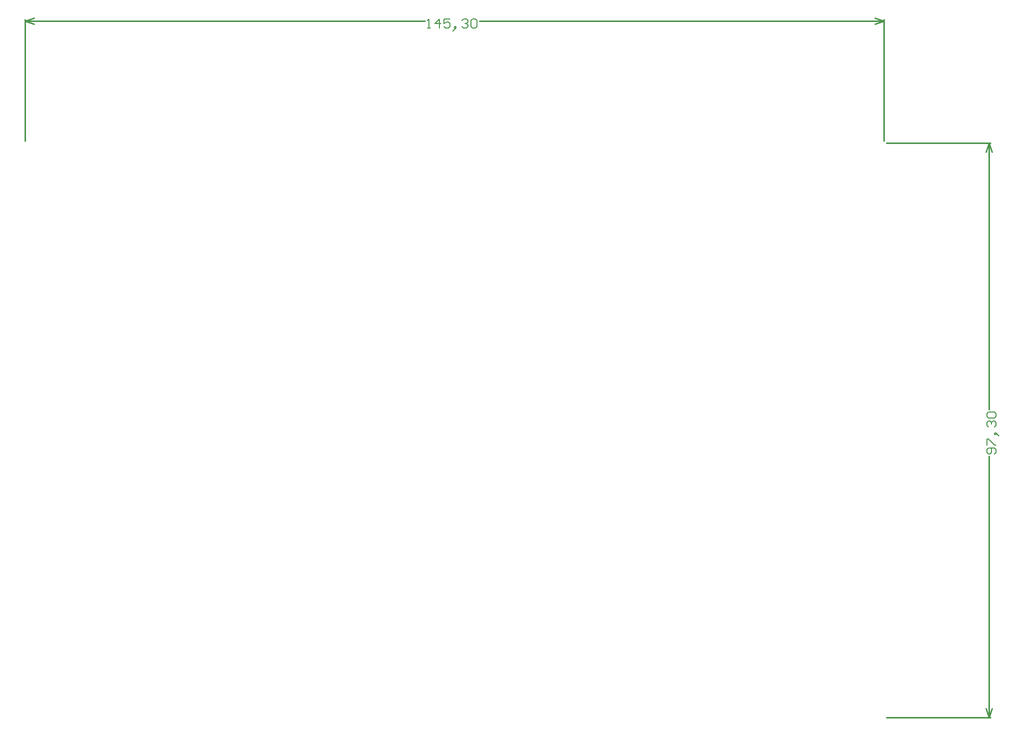
<source format=gm1>
G04*
G04 #@! TF.GenerationSoftware,Altium Limited,Altium Designer,20.1.7 (139)*
G04*
G04 Layer_Color=16711935*
%FSAX25Y25*%
%MOIN*%
G70*
G04*
G04 #@! TF.SameCoordinates,F8038B2A-A6B4-4402-B74A-6C3D08F87057*
G04*
G04*
G04 #@! TF.FilePolarity,Positive*
G04*
G01*
G75*
%ADD76C,0.01000*%
%ADD91C,0.00600*%
D76*
X0641653Y0382677D02*
X0643653Y0376677D01*
X0639653D02*
X0641653Y0382677D01*
X0639653Y0005606D02*
X0641653Y-0000394D01*
X0643653Y0005606D01*
X0641653Y0205137D02*
Y0382677D01*
Y-0000394D02*
Y0173946D01*
X0573047Y0382677D02*
X0642654D01*
X0573047Y-0000394D02*
X0642654D01*
X0565654Y0461937D02*
X0571654Y0463937D01*
X0565654Y0465937D02*
X0571654Y0463937D01*
X-0000394D02*
X0005606Y0465937D01*
X-0000394Y0463937D02*
X0005606Y0461937D01*
X0302125Y0463937D02*
X0571654D01*
X-0000394D02*
X0265935D01*
X0571654Y0384071D02*
Y0464937D01*
X-0000394Y0384071D02*
Y0464937D01*
D91*
X0645253Y0175546D02*
X0646252Y0176546D01*
Y0178545D01*
X0645253Y0179545D01*
X0641254D01*
X0640254Y0178545D01*
Y0176546D01*
X0641254Y0175546D01*
X0642253D01*
X0643253Y0176546D01*
Y0179545D01*
X0640254Y0181544D02*
Y0185543D01*
X0641254D01*
X0645253Y0181544D01*
X0646252D01*
X0647252Y0188542D02*
X0646252Y0189542D01*
X0645253D01*
Y0188542D01*
X0646252D01*
Y0189542D01*
X0647252Y0188542D01*
X0648252Y0187542D01*
X0641254Y0193540D02*
X0640254Y0194540D01*
Y0196539D01*
X0641254Y0197539D01*
X0642253D01*
X0643253Y0196539D01*
Y0195540D01*
Y0196539D01*
X0644253Y0197539D01*
X0645253D01*
X0646252Y0196539D01*
Y0194540D01*
X0645253Y0193540D01*
X0641254Y0199539D02*
X0640254Y0200538D01*
Y0202537D01*
X0641254Y0203537D01*
X0645253D01*
X0646252Y0202537D01*
Y0200538D01*
X0645253Y0199539D01*
X0641254D01*
X0267535Y0459338D02*
X0269535D01*
X0268535D01*
Y0465336D01*
X0267535Y0464337D01*
X0275533Y0459338D02*
Y0465336D01*
X0272534Y0462337D01*
X0276532D01*
X0282530Y0465336D02*
X0278532D01*
Y0462337D01*
X0280531Y0463337D01*
X0281531D01*
X0282530Y0462337D01*
Y0460338D01*
X0281531Y0459338D01*
X0279531D01*
X0278532Y0460338D01*
X0285529Y0458339D02*
X0286529Y0459338D01*
Y0460338D01*
X0285529D01*
Y0459338D01*
X0286529D01*
X0285529Y0458339D01*
X0284530Y0457339D01*
X0290528Y0464337D02*
X0291528Y0465336D01*
X0293527D01*
X0294527Y0464337D01*
Y0463337D01*
X0293527Y0462337D01*
X0292527D01*
X0293527D01*
X0294527Y0461338D01*
Y0460338D01*
X0293527Y0459338D01*
X0291528D01*
X0290528Y0460338D01*
X0296526Y0464337D02*
X0297526Y0465336D01*
X0299525D01*
X0300525Y0464337D01*
Y0460338D01*
X0299525Y0459338D01*
X0297526D01*
X0296526Y0460338D01*
Y0464337D01*
M02*

</source>
